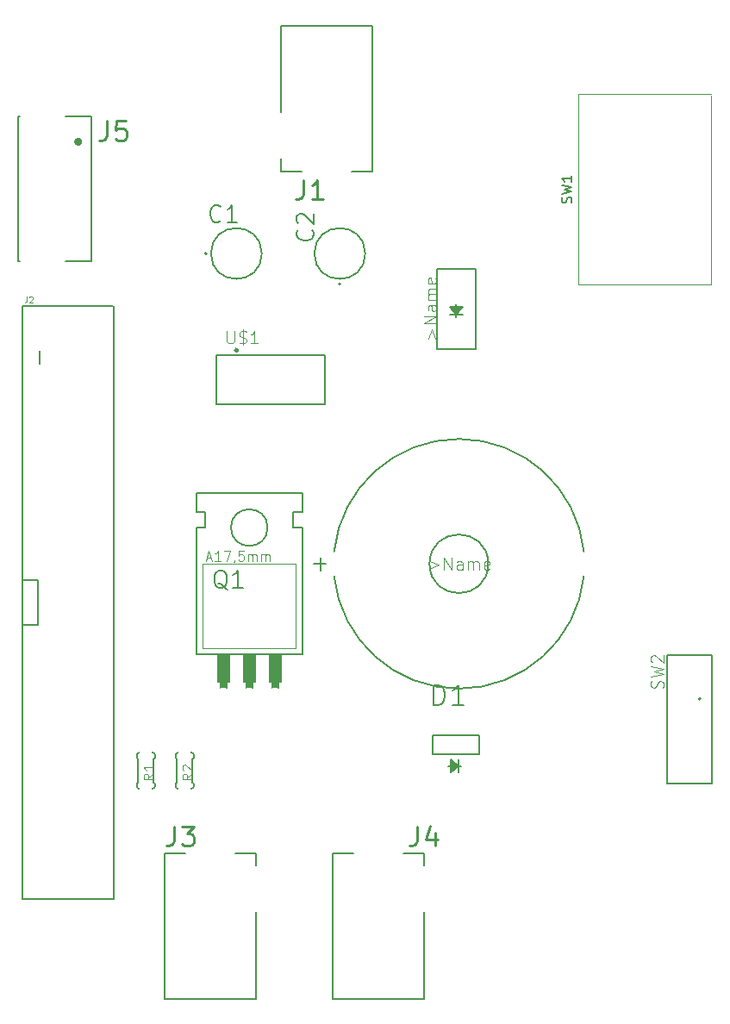
<source format=gto>
G04 #@! TF.GenerationSoftware,KiCad,Pcbnew,(5.1.10)-1*
G04 #@! TF.CreationDate,2021-12-02T21:28:18-06:00*
G04 #@! TF.ProjectId,Kitty_Cannon_Schematic,4b697474-795f-4436-916e-6e6f6e5f5363,rev?*
G04 #@! TF.SameCoordinates,Original*
G04 #@! TF.FileFunction,Legend,Top*
G04 #@! TF.FilePolarity,Positive*
%FSLAX46Y46*%
G04 Gerber Fmt 4.6, Leading zero omitted, Abs format (unit mm)*
G04 Created by KiCad (PCBNEW (5.1.10)-1) date 2021-12-02 21:28:18*
%MOMM*%
%LPD*%
G01*
G04 APERTURE LIST*
%ADD10C,0.200000*%
%ADD11C,0.152400*%
%ADD12C,0.127000*%
%ADD13C,0.050800*%
%ADD14C,0.100000*%
%ADD15C,0.400000*%
%ADD16C,0.300000*%
%ADD17C,0.203200*%
%ADD18C,0.120000*%
%ADD19C,0.251068*%
%ADD20C,0.198073*%
%ADD21C,0.076200*%
%ADD22C,0.135128*%
%ADD23C,0.094107*%
%ADD24C,0.168910*%
%ADD25C,0.101600*%
%ADD26C,0.096520*%
%ADD27C,0.251324*%
%ADD28C,0.115824*%
%ADD29C,0.150000*%
%ADD30R,4.500000X2.000000*%
%ADD31R,2.000000X4.500000*%
%ADD32C,3.000000*%
%ADD33C,2.453200*%
%ADD34C,2.235200*%
%ADD35C,1.323200*%
%ADD36C,1.524000*%
%ADD37C,3.302000*%
%ADD38O,1.879600X3.556000*%
%ADD39C,4.203200*%
%ADD40C,1.803200*%
%ADD41C,1.473200*%
%ADD42O,1.473200X2.743200*%
%ADD43C,2.082800*%
G04 APERTURE END LIST*
D10*
X142731100Y-71513600D02*
X142731100Y-70263600D01*
X144781100Y-71513600D02*
X142731100Y-71513600D01*
X142731100Y-57213600D02*
X142731100Y-65763600D01*
X151731100Y-57213600D02*
X142731100Y-57213600D01*
X151731100Y-71513600D02*
X151731100Y-57213600D01*
X149681100Y-71513600D02*
X151731100Y-71513600D01*
X140301100Y-138493600D02*
X140301100Y-139743600D01*
X138251100Y-138493600D02*
X140301100Y-138493600D01*
X140301100Y-152793600D02*
X140301100Y-144243600D01*
X131301100Y-152793600D02*
X140301100Y-152793600D01*
X131301100Y-138493600D02*
X131301100Y-152793600D01*
X133351100Y-138493600D02*
X131301100Y-138493600D01*
X156811100Y-138493600D02*
X156811100Y-139743600D01*
X154761100Y-138493600D02*
X156811100Y-138493600D01*
X156811100Y-152793600D02*
X156811100Y-144243600D01*
X147811100Y-152793600D02*
X156811100Y-152793600D01*
X147811100Y-138493600D02*
X147811100Y-152793600D01*
X149861100Y-138493600D02*
X147811100Y-138493600D01*
D11*
X159118300Y-129971800D02*
X160134300Y-129971800D01*
X160134300Y-129971800D02*
X160388300Y-129971800D01*
X160134300Y-130606800D02*
X160134300Y-129971800D01*
X160134300Y-129971800D02*
X160134300Y-129336800D01*
X160134300Y-129971800D02*
X159372300Y-130606800D01*
X160134300Y-129971800D02*
X159372300Y-130479800D01*
X160134300Y-129971800D02*
X159372300Y-130352800D01*
X160134300Y-129971800D02*
X159372300Y-130225800D01*
X160134300Y-129971800D02*
X159372300Y-130098800D01*
X160134300Y-129971800D02*
X159372300Y-129336800D01*
X160134300Y-129971800D02*
X159372300Y-129463800D01*
X160134300Y-129971800D02*
X159372300Y-129590800D01*
X160134300Y-129971800D02*
X159372300Y-129717800D01*
X160134300Y-129971800D02*
X159372300Y-129844800D01*
X159372300Y-130606800D02*
X159372300Y-129336800D01*
X162217100Y-126898400D02*
X157645100Y-126898400D01*
X157645100Y-126898400D02*
X157645100Y-128828800D01*
X157645100Y-128828800D02*
X162217100Y-128828800D01*
X162217100Y-128828800D02*
X162217100Y-126898400D01*
X145961100Y-110083600D02*
X147154900Y-110083600D01*
X146596100Y-109448600D02*
X146596100Y-110718600D01*
X147942300Y-111302802D02*
G75*
G03*
X172478700Y-111302800I12268200J1289441D01*
G01*
X163080700Y-110083600D02*
G75*
G03*
X157314900Y-110083600I-2882900J0D01*
G01*
X157314900Y-110083600D02*
G75*
G03*
X163080700Y-110083600I2882900J0D01*
G01*
X172478700Y-108864398D02*
G75*
G03*
X147942300Y-108864400I-12268200J-1289441D01*
G01*
D12*
X151001100Y-79603600D02*
G75*
G03*
X151001100Y-79603600I-2500000J0D01*
G01*
D10*
X148601100Y-82603600D02*
G75*
G03*
X148601100Y-82603600I-100000J0D01*
G01*
D12*
X140841100Y-79603600D02*
G75*
G03*
X140841100Y-79603600I-2500000J0D01*
G01*
D10*
X135441100Y-79603600D02*
G75*
G03*
X135441100Y-79603600I-100000J0D01*
G01*
D11*
X134150100Y-128879600D02*
X134150100Y-129133600D01*
X134023100Y-129260600D02*
X134150100Y-129133600D01*
X132372100Y-128879600D02*
X132372100Y-129133600D01*
X132499100Y-129260600D02*
X132372100Y-129133600D01*
X134023100Y-131546600D02*
X134150100Y-131673600D01*
X134023100Y-131546600D02*
X134023100Y-129260600D01*
X132499100Y-131546600D02*
X132372100Y-131673600D01*
X132499100Y-131546600D02*
X132499100Y-129260600D01*
X134150100Y-131927600D02*
X134150100Y-131673600D01*
X132372100Y-131927600D02*
X132372100Y-131673600D01*
X133896100Y-132181600D02*
G75*
G03*
X134150100Y-131927600I0J254000D01*
G01*
X132626100Y-132181600D02*
G75*
G02*
X132372100Y-131927600I0J254000D01*
G01*
X132372100Y-128879600D02*
G75*
G02*
X132626100Y-128625600I254000J0D01*
G01*
X134150100Y-128879600D02*
G75*
G03*
X133896100Y-128625600I-254000J0D01*
G01*
X130340100Y-128879600D02*
X130340100Y-129133600D01*
X130213100Y-129260600D02*
X130340100Y-129133600D01*
X128562100Y-128879600D02*
X128562100Y-129133600D01*
X128689100Y-129260600D02*
X128562100Y-129133600D01*
X130213100Y-131546600D02*
X130340100Y-131673600D01*
X130213100Y-131546600D02*
X130213100Y-129260600D01*
X128689100Y-131546600D02*
X128562100Y-131673600D01*
X128689100Y-131546600D02*
X128689100Y-129260600D01*
X130340100Y-131927600D02*
X130340100Y-131673600D01*
X128562100Y-131927600D02*
X128562100Y-131673600D01*
X130086100Y-132181600D02*
G75*
G03*
X130340100Y-131927600I0J254000D01*
G01*
X128816100Y-132181600D02*
G75*
G02*
X128562100Y-131927600I0J254000D01*
G01*
X128562100Y-128879600D02*
G75*
G02*
X128816100Y-128625600I254000J0D01*
G01*
X130340100Y-128879600D02*
G75*
G03*
X130086100Y-128625600I-254000J0D01*
G01*
X134404100Y-118973600D02*
X144818100Y-118973600D01*
X144818100Y-103098600D02*
X134404100Y-103098600D01*
X144818100Y-118973600D02*
X144818100Y-106527600D01*
X144818100Y-106527600D02*
X143929100Y-106527600D01*
X143929100Y-106527600D02*
X143929100Y-105003600D01*
X143929100Y-105003600D02*
X144818100Y-105003600D01*
X144818100Y-105003600D02*
X144818100Y-103098600D01*
X134404100Y-118973600D02*
X134404100Y-106527600D01*
X134404100Y-106527600D02*
X135293100Y-106527600D01*
X135293100Y-106527600D02*
X135293100Y-105003600D01*
X135293100Y-105003600D02*
X134404100Y-105003600D01*
X134404100Y-105003600D02*
X134404100Y-103098600D01*
D13*
X135039100Y-118338600D02*
X144183100Y-118338600D01*
X144183100Y-110083600D02*
X144183100Y-118338600D01*
X144183100Y-110083600D02*
X135039100Y-110083600D01*
X135039100Y-118338600D02*
X135039100Y-110083600D01*
D11*
X141414500Y-106527600D02*
G75*
G03*
X141414500Y-106527600I-1803400J0D01*
G01*
D14*
G36*
X141770100Y-122402600D02*
G01*
X142532100Y-122402600D01*
X142532100Y-121767600D01*
X141770100Y-121767600D01*
X141770100Y-122402600D01*
G37*
G36*
X139230100Y-122402600D02*
G01*
X139992100Y-122402600D01*
X139992100Y-121767600D01*
X139230100Y-121767600D01*
X139230100Y-122402600D01*
G37*
G36*
X136690100Y-122402600D02*
G01*
X137452100Y-122402600D01*
X137452100Y-121767600D01*
X136690100Y-121767600D01*
X136690100Y-122402600D01*
G37*
G36*
X136436100Y-121767600D02*
G01*
X137706100Y-121767600D01*
X137706100Y-118973600D01*
X136436100Y-118973600D01*
X136436100Y-121767600D01*
G37*
G36*
X138976100Y-121767600D02*
G01*
X140246100Y-121767600D01*
X140246100Y-118973600D01*
X138976100Y-118973600D01*
X138976100Y-121767600D01*
G37*
G36*
X141516100Y-121767600D02*
G01*
X142786100Y-121767600D01*
X142786100Y-118973600D01*
X141516100Y-118973600D01*
X141516100Y-121767600D01*
G37*
D12*
X180646980Y-131646460D02*
X180646980Y-119046460D01*
X180646980Y-119046460D02*
X185046980Y-119046460D01*
X185046980Y-119046460D02*
X185046980Y-131646460D01*
X185046980Y-131646460D02*
X180646980Y-131646460D01*
X183946980Y-123346460D02*
G75*
G03*
X183946980Y-123346460I-100000J0D01*
G01*
D15*
X122989740Y-68630800D02*
G75*
G03*
X122989740Y-68630800I-193440J0D01*
G01*
D10*
X116928900Y-66141600D02*
X116928900Y-80365600D01*
X116928900Y-80365600D02*
X117030500Y-80365600D01*
X116928900Y-66141600D02*
X117030500Y-66141600D01*
X124066300Y-66141600D02*
X124066300Y-80365600D01*
X121577100Y-80365600D02*
X124066300Y-80365600D01*
X121577100Y-66141600D02*
X124066300Y-66141600D01*
D11*
X159931100Y-84607400D02*
X159931100Y-85623400D01*
X159931100Y-85623400D02*
X159931100Y-85877400D01*
X159296100Y-85623400D02*
X159931100Y-85623400D01*
X159931100Y-85623400D02*
X160566100Y-85623400D01*
X159931100Y-85623400D02*
X159296100Y-84861400D01*
X159931100Y-85623400D02*
X159423100Y-84861400D01*
X159931100Y-85623400D02*
X159550100Y-84861400D01*
X159931100Y-85623400D02*
X159677100Y-84861400D01*
X159931100Y-85623400D02*
X159804100Y-84861400D01*
X159931100Y-85623400D02*
X160566100Y-84861400D01*
X159931100Y-85623400D02*
X160439100Y-84861400D01*
X159931100Y-85623400D02*
X160312100Y-84861400D01*
X159931100Y-85623400D02*
X160185100Y-84861400D01*
X159931100Y-85623400D02*
X160058100Y-84861400D01*
X159296100Y-84861400D02*
X160566100Y-84861400D01*
X161836100Y-88976200D02*
X161836100Y-81102200D01*
X161836100Y-81102200D02*
X158026100Y-81102200D01*
X158026100Y-81102200D02*
X158026100Y-88976200D01*
X158026100Y-88976200D02*
X161836100Y-88976200D01*
D12*
X136411100Y-89553600D02*
X136411100Y-94373600D01*
X136411100Y-94373600D02*
X147071100Y-94373600D01*
X147071100Y-94373600D02*
X147071100Y-89553600D01*
X147071100Y-89553600D02*
X136411100Y-89553600D01*
D16*
X138441100Y-89093600D02*
G75*
G03*
X138441100Y-89093600I-100000J0D01*
G01*
D17*
X119056100Y-89128600D02*
X119056100Y-90398600D01*
X126331100Y-84743600D02*
X126331100Y-143043600D01*
X117331100Y-143043600D02*
X117331100Y-84743600D01*
X117331100Y-84743600D02*
X126231100Y-84743600D01*
X126331100Y-143043600D02*
X117331100Y-143043600D01*
X117331100Y-111693600D02*
X118831100Y-111693600D01*
X118831100Y-116093600D02*
X117331100Y-116093600D01*
X118831100Y-111693600D02*
X118831100Y-116093600D01*
D18*
X184950240Y-63949320D02*
X171950240Y-63949320D01*
X171950240Y-63949320D02*
X171950240Y-82649320D01*
X184950240Y-82649320D02*
X171950240Y-82649320D01*
X184950240Y-64064320D02*
X184950240Y-82649320D01*
D19*
X144923723Y-72366750D02*
X144923723Y-73746245D01*
X144831757Y-74022144D01*
X144647824Y-74206077D01*
X144371925Y-74298043D01*
X144187993Y-74298043D01*
X146855016Y-74298043D02*
X145751420Y-74298043D01*
X146303218Y-74298043D02*
X146303218Y-72366750D01*
X146119286Y-72642649D01*
X145935353Y-72826582D01*
X145751420Y-72918548D01*
X132223723Y-135866750D02*
X132223723Y-137246245D01*
X132131757Y-137522144D01*
X131947824Y-137706077D01*
X131671925Y-137798043D01*
X131487993Y-137798043D01*
X132959454Y-135866750D02*
X134155016Y-135866750D01*
X133511252Y-136602481D01*
X133787151Y-136602481D01*
X133971084Y-136694447D01*
X134063050Y-136786414D01*
X134155016Y-136970346D01*
X134155016Y-137430178D01*
X134063050Y-137614111D01*
X133971084Y-137706077D01*
X133787151Y-137798043D01*
X133235353Y-137798043D01*
X133051420Y-137706077D01*
X132959454Y-137614111D01*
X156114823Y-135866750D02*
X156114823Y-137246245D01*
X156022857Y-137522144D01*
X155838924Y-137706077D01*
X155563025Y-137798043D01*
X155379093Y-137798043D01*
X157862184Y-136510515D02*
X157862184Y-137798043D01*
X157402352Y-135774784D02*
X156942520Y-137154279D01*
X158138083Y-137154279D01*
D20*
X157676813Y-123959279D02*
X157676813Y-121978548D01*
X158148416Y-121978548D01*
X158431377Y-122072869D01*
X158620018Y-122261510D01*
X158714339Y-122450151D01*
X158808659Y-122827433D01*
X158808659Y-123110394D01*
X158714339Y-123487676D01*
X158620018Y-123676317D01*
X158431377Y-123864958D01*
X158148416Y-123959279D01*
X157676813Y-123959279D01*
X160695070Y-123959279D02*
X159563224Y-123959279D01*
X160129147Y-123959279D02*
X160129147Y-121978548D01*
X159940506Y-122261510D01*
X159751865Y-122450151D01*
X159563224Y-122544471D01*
D21*
X157270691Y-109856814D02*
X158189930Y-110201528D01*
X157270691Y-110546242D01*
X158764453Y-110661147D02*
X158764453Y-109454647D01*
X159453882Y-110661147D01*
X159453882Y-109454647D01*
X160545477Y-110661147D02*
X160545477Y-110029171D01*
X160488025Y-109914266D01*
X160373120Y-109856814D01*
X160143310Y-109856814D01*
X160028406Y-109914266D01*
X160545477Y-110603695D02*
X160430572Y-110661147D01*
X160143310Y-110661147D01*
X160028406Y-110603695D01*
X159970953Y-110488790D01*
X159970953Y-110373885D01*
X160028406Y-110258980D01*
X160143310Y-110201528D01*
X160430572Y-110201528D01*
X160545477Y-110144076D01*
X161120001Y-110661147D02*
X161120001Y-109856814D01*
X161120001Y-109971719D02*
X161177453Y-109914266D01*
X161292358Y-109856814D01*
X161464715Y-109856814D01*
X161579620Y-109914266D01*
X161637072Y-110029171D01*
X161637072Y-110661147D01*
X161637072Y-110029171D02*
X161694525Y-109914266D01*
X161809430Y-109856814D01*
X161981787Y-109856814D01*
X162096691Y-109914266D01*
X162154144Y-110029171D01*
X162154144Y-110661147D01*
X163188287Y-110603695D02*
X163073382Y-110661147D01*
X162843572Y-110661147D01*
X162728668Y-110603695D01*
X162671215Y-110488790D01*
X162671215Y-110029171D01*
X162728668Y-109914266D01*
X162843572Y-109856814D01*
X163073382Y-109856814D01*
X163188287Y-109914266D01*
X163245739Y-110029171D01*
X163245739Y-110144076D01*
X162671215Y-110258980D01*
D22*
X145808700Y-77284800D02*
X145889133Y-77365233D01*
X145969566Y-77606533D01*
X145969566Y-77767400D01*
X145889133Y-78008700D01*
X145728266Y-78169566D01*
X145567400Y-78250000D01*
X145245666Y-78330433D01*
X145004366Y-78330433D01*
X144682633Y-78250000D01*
X144521766Y-78169566D01*
X144360900Y-78008700D01*
X144280466Y-77767400D01*
X144280466Y-77606533D01*
X144360900Y-77365233D01*
X144441333Y-77284800D01*
X144441333Y-76641333D02*
X144360900Y-76560900D01*
X144280466Y-76400033D01*
X144280466Y-75997866D01*
X144360900Y-75837000D01*
X144441333Y-75756566D01*
X144602200Y-75676133D01*
X144763066Y-75676133D01*
X145004366Y-75756566D01*
X145969566Y-76721766D01*
X145969566Y-75676133D01*
X136796299Y-76362300D02*
X136715866Y-76442733D01*
X136474566Y-76523166D01*
X136313699Y-76523166D01*
X136072399Y-76442733D01*
X135911533Y-76281866D01*
X135831099Y-76121000D01*
X135750666Y-75799266D01*
X135750666Y-75557966D01*
X135831099Y-75236233D01*
X135911533Y-75075366D01*
X136072399Y-74914500D01*
X136313699Y-74834066D01*
X136474566Y-74834066D01*
X136715866Y-74914500D01*
X136796299Y-74994933D01*
X138404966Y-76523166D02*
X137439766Y-76523166D01*
X137922366Y-76523166D02*
X137922366Y-74834066D01*
X137761499Y-75075366D01*
X137600633Y-75236233D01*
X137439766Y-75316666D01*
D23*
X133978287Y-130723611D02*
X133530158Y-131037301D01*
X133978287Y-131261366D02*
X133037217Y-131261366D01*
X133037217Y-130902863D01*
X133082030Y-130813237D01*
X133126842Y-130768424D01*
X133216468Y-130723611D01*
X133350907Y-130723611D01*
X133440532Y-130768424D01*
X133485345Y-130813237D01*
X133530158Y-130902863D01*
X133530158Y-131261366D01*
X133126842Y-130365109D02*
X133082030Y-130320296D01*
X133037217Y-130230670D01*
X133037217Y-130006606D01*
X133082030Y-129916980D01*
X133126842Y-129872167D01*
X133216468Y-129827354D01*
X133306094Y-129827354D01*
X133440532Y-129872167D01*
X133978287Y-130409921D01*
X133978287Y-129827354D01*
X130168287Y-130723611D02*
X129720158Y-131037301D01*
X130168287Y-131261366D02*
X129227217Y-131261366D01*
X129227217Y-130902863D01*
X129272030Y-130813237D01*
X129316842Y-130768424D01*
X129406468Y-130723611D01*
X129540907Y-130723611D01*
X129630532Y-130768424D01*
X129675345Y-130813237D01*
X129720158Y-130902863D01*
X129720158Y-131261366D01*
X130168287Y-129827354D02*
X130168287Y-130365109D01*
X130168287Y-130096231D02*
X129227217Y-130096231D01*
X129361655Y-130185857D01*
X129451281Y-130275483D01*
X129496094Y-130365109D01*
D24*
X137439124Y-112577033D02*
X137278258Y-112496600D01*
X137117391Y-112335733D01*
X136876091Y-112094433D01*
X136715224Y-112014000D01*
X136554358Y-112014000D01*
X136634791Y-112416166D02*
X136473924Y-112335733D01*
X136313058Y-112174866D01*
X136232624Y-111853133D01*
X136232624Y-111290100D01*
X136313058Y-110968366D01*
X136473924Y-110807500D01*
X136634791Y-110727066D01*
X136956524Y-110727066D01*
X137117391Y-110807500D01*
X137278258Y-110968366D01*
X137358691Y-111290100D01*
X137358691Y-111853133D01*
X137278258Y-112174866D01*
X137117391Y-112335733D01*
X136956524Y-112416166D01*
X136634791Y-112416166D01*
X138967358Y-112416166D02*
X138002158Y-112416166D01*
X138484758Y-112416166D02*
X138484758Y-110727066D01*
X138323891Y-110968366D01*
X138163024Y-111129233D01*
X138002158Y-111209666D01*
D25*
X135415987Y-109507866D02*
X135875606Y-109507866D01*
X135324063Y-109783638D02*
X135645797Y-108818438D01*
X135967530Y-109783638D01*
X136794844Y-109783638D02*
X136243301Y-109783638D01*
X136519073Y-109783638D02*
X136519073Y-108818438D01*
X136427149Y-108956323D01*
X136335225Y-109048247D01*
X136243301Y-109094209D01*
X137116578Y-108818438D02*
X137760044Y-108818438D01*
X137346387Y-109783638D01*
X138173701Y-109737676D02*
X138173701Y-109783638D01*
X138127740Y-109875561D01*
X138081778Y-109921523D01*
X139046978Y-108818438D02*
X138587359Y-108818438D01*
X138541397Y-109278057D01*
X138587359Y-109232095D01*
X138679282Y-109186133D01*
X138909092Y-109186133D01*
X139001016Y-109232095D01*
X139046978Y-109278057D01*
X139092940Y-109369980D01*
X139092940Y-109599790D01*
X139046978Y-109691714D01*
X139001016Y-109737676D01*
X138909092Y-109783638D01*
X138679282Y-109783638D01*
X138587359Y-109737676D01*
X138541397Y-109691714D01*
X139506597Y-109783638D02*
X139506597Y-109140171D01*
X139506597Y-109232095D02*
X139552559Y-109186133D01*
X139644482Y-109140171D01*
X139782368Y-109140171D01*
X139874292Y-109186133D01*
X139920254Y-109278057D01*
X139920254Y-109783638D01*
X139920254Y-109278057D02*
X139966216Y-109186133D01*
X140058140Y-109140171D01*
X140196025Y-109140171D01*
X140287949Y-109186133D01*
X140333911Y-109278057D01*
X140333911Y-109783638D01*
X140793530Y-109783638D02*
X140793530Y-109140171D01*
X140793530Y-109232095D02*
X140839492Y-109186133D01*
X140931416Y-109140171D01*
X141069301Y-109140171D01*
X141161225Y-109186133D01*
X141207187Y-109278057D01*
X141207187Y-109783638D01*
X141207187Y-109278057D02*
X141253149Y-109186133D01*
X141345073Y-109140171D01*
X141482959Y-109140171D01*
X141574882Y-109186133D01*
X141620844Y-109278057D01*
X141620844Y-109783638D01*
D26*
X180225095Y-122277740D02*
X180282547Y-122105383D01*
X180282547Y-121818121D01*
X180225095Y-121703217D01*
X180167642Y-121645764D01*
X180052738Y-121588312D01*
X179937833Y-121588312D01*
X179822928Y-121645764D01*
X179765476Y-121703217D01*
X179708023Y-121818121D01*
X179650571Y-122047931D01*
X179593119Y-122162836D01*
X179535666Y-122220288D01*
X179420761Y-122277740D01*
X179305857Y-122277740D01*
X179190952Y-122220288D01*
X179133500Y-122162836D01*
X179076047Y-122047931D01*
X179076047Y-121760669D01*
X179133500Y-121588312D01*
X179076047Y-121186145D02*
X180282547Y-120898883D01*
X179420761Y-120669074D01*
X180282547Y-120439264D01*
X179076047Y-120152002D01*
X179190952Y-119749836D02*
X179133500Y-119692383D01*
X179076047Y-119577478D01*
X179076047Y-119290217D01*
X179133500Y-119175312D01*
X179190952Y-119117859D01*
X179305857Y-119060407D01*
X179420761Y-119060407D01*
X179593119Y-119117859D01*
X180282547Y-119807288D01*
X180282547Y-119060407D01*
D27*
X125636024Y-66554672D02*
X125636024Y-67935577D01*
X125543963Y-68211758D01*
X125359843Y-68395879D01*
X125083662Y-68487939D01*
X124899541Y-68487939D01*
X127477230Y-66554672D02*
X126556627Y-66554672D01*
X126464567Y-67475276D01*
X126556627Y-67383215D01*
X126740748Y-67291155D01*
X127201049Y-67291155D01*
X127385170Y-67383215D01*
X127477230Y-67475276D01*
X127569291Y-67659396D01*
X127569291Y-68119698D01*
X127477230Y-68303819D01*
X127385170Y-68395879D01*
X127201049Y-68487939D01*
X126740748Y-68487939D01*
X126556627Y-68395879D01*
X126464567Y-68303819D01*
D21*
X157164314Y-87979008D02*
X157509028Y-87059770D01*
X157853742Y-87979008D01*
X157968647Y-86485246D02*
X156762147Y-86485246D01*
X157968647Y-85795817D01*
X156762147Y-85795817D01*
X157968647Y-84704222D02*
X157336671Y-84704222D01*
X157221766Y-84761674D01*
X157164314Y-84876579D01*
X157164314Y-85106389D01*
X157221766Y-85221293D01*
X157911195Y-84704222D02*
X157968647Y-84819127D01*
X157968647Y-85106389D01*
X157911195Y-85221293D01*
X157796290Y-85278746D01*
X157681385Y-85278746D01*
X157566480Y-85221293D01*
X157509028Y-85106389D01*
X157509028Y-84819127D01*
X157451576Y-84704222D01*
X157968647Y-84129698D02*
X157164314Y-84129698D01*
X157279219Y-84129698D02*
X157221766Y-84072246D01*
X157164314Y-83957341D01*
X157164314Y-83784984D01*
X157221766Y-83670079D01*
X157336671Y-83612627D01*
X157968647Y-83612627D01*
X157336671Y-83612627D02*
X157221766Y-83555174D01*
X157164314Y-83440270D01*
X157164314Y-83267912D01*
X157221766Y-83153008D01*
X157336671Y-83095555D01*
X157968647Y-83095555D01*
X157911195Y-82061412D02*
X157968647Y-82176317D01*
X157968647Y-82406127D01*
X157911195Y-82521031D01*
X157796290Y-82578484D01*
X157336671Y-82578484D01*
X157221766Y-82521031D01*
X157164314Y-82406127D01*
X157164314Y-82176317D01*
X157221766Y-82061412D01*
X157336671Y-82003960D01*
X157451576Y-82003960D01*
X157566480Y-82578484D01*
D26*
X137421099Y-87229647D02*
X137421099Y-88206338D01*
X137478552Y-88321242D01*
X137536004Y-88378695D01*
X137650909Y-88436147D01*
X137880718Y-88436147D01*
X137995623Y-88378695D01*
X138053076Y-88321242D01*
X138110528Y-88206338D01*
X138110528Y-87229647D01*
X138627599Y-88378695D02*
X138799957Y-88436147D01*
X139087218Y-88436147D01*
X139202123Y-88378695D01*
X139259576Y-88321242D01*
X139317028Y-88206338D01*
X139317028Y-88091433D01*
X139259576Y-87976528D01*
X139202123Y-87919076D01*
X139087218Y-87861623D01*
X138857409Y-87804171D01*
X138742504Y-87746719D01*
X138685052Y-87689266D01*
X138627599Y-87574361D01*
X138627599Y-87459457D01*
X138685052Y-87344552D01*
X138742504Y-87287100D01*
X138857409Y-87229647D01*
X139144671Y-87229647D01*
X139317028Y-87287100D01*
X138972314Y-87057290D02*
X138972314Y-88608504D01*
X140466076Y-88436147D02*
X139776647Y-88436147D01*
X140121361Y-88436147D02*
X140121361Y-87229647D01*
X140006457Y-87402004D01*
X139891552Y-87516909D01*
X139776647Y-87574361D01*
D28*
X117764734Y-83822902D02*
X117764734Y-84236560D01*
X117737157Y-84319291D01*
X117682002Y-84374445D01*
X117599271Y-84402022D01*
X117544117Y-84402022D01*
X118012928Y-83878057D02*
X118040505Y-83850480D01*
X118095659Y-83822902D01*
X118233545Y-83822902D01*
X118288699Y-83850480D01*
X118316277Y-83878057D01*
X118343854Y-83933211D01*
X118343854Y-83988365D01*
X118316277Y-84071097D01*
X117985351Y-84402022D01*
X118343854Y-84402022D01*
D29*
X171235001Y-74632653D02*
X171282620Y-74489796D01*
X171282620Y-74251700D01*
X171235001Y-74156462D01*
X171187382Y-74108843D01*
X171092144Y-74061224D01*
X170996906Y-74061224D01*
X170901668Y-74108843D01*
X170854049Y-74156462D01*
X170806430Y-74251700D01*
X170758811Y-74442177D01*
X170711192Y-74537415D01*
X170663573Y-74585034D01*
X170568335Y-74632653D01*
X170473097Y-74632653D01*
X170377859Y-74585034D01*
X170330240Y-74537415D01*
X170282620Y-74442177D01*
X170282620Y-74204081D01*
X170330240Y-74061224D01*
X170282620Y-73727891D02*
X171282620Y-73489796D01*
X170568335Y-73299320D01*
X171282620Y-73108843D01*
X170282620Y-72870748D01*
X171282620Y-71965986D02*
X171282620Y-72537415D01*
X171282620Y-72251700D02*
X170282620Y-72251700D01*
X170425478Y-72346939D01*
X170520716Y-72442177D01*
X170568335Y-72537415D01*
%LPC*%
D30*
X147231100Y-64613600D03*
D31*
X142431100Y-68013600D03*
D30*
X147231100Y-70913600D03*
X135801100Y-145393600D03*
D31*
X140601100Y-141993600D03*
D30*
X135801100Y-139093600D03*
X152311100Y-145393600D03*
D31*
X157111100Y-141993600D03*
D30*
X152311100Y-139093600D03*
D32*
X170362880Y-139918440D03*
X172262800Y-91008200D03*
X129042160Y-75676760D03*
G36*
G01*
X151084500Y-128988600D02*
X151084500Y-126738600D01*
G75*
G02*
X151186100Y-126637000I101600J0D01*
G01*
X153436100Y-126637000D01*
G75*
G02*
X153537700Y-126738600I0J-101600D01*
G01*
X153537700Y-128988600D01*
G75*
G02*
X153436100Y-129090200I-101600J0D01*
G01*
X151186100Y-129090200D01*
G75*
G02*
X151084500Y-128988600I0J101600D01*
G01*
G37*
D33*
X167551100Y-127863600D03*
D34*
X171894500Y-110083600D03*
X148501100Y-110083600D03*
D35*
X148501100Y-78603600D03*
G36*
G01*
X149061101Y-81265200D02*
X147941099Y-81265200D01*
G75*
G02*
X147839500Y-81163601I0J101599D01*
G01*
X147839500Y-80043599D01*
G75*
G02*
X147941099Y-79942000I101599J0D01*
G01*
X149061101Y-79942000D01*
G75*
G02*
X149162700Y-80043599I0J-101599D01*
G01*
X149162700Y-81163601D01*
G75*
G02*
X149061101Y-81265200I-101599J0D01*
G01*
G37*
X139341100Y-79603600D03*
G36*
G01*
X136679500Y-80163601D02*
X136679500Y-79043599D01*
G75*
G02*
X136781099Y-78942000I101599J0D01*
G01*
X137901101Y-78942000D01*
G75*
G02*
X138002700Y-79043599I0J-101599D01*
G01*
X138002700Y-80163601D01*
G75*
G02*
X137901101Y-80265200I-101599J0D01*
G01*
X136781099Y-80265200D01*
G75*
G02*
X136679500Y-80163601I0J101599D01*
G01*
G37*
D36*
X133261100Y-132943600D03*
X133261100Y-127863600D03*
X129451100Y-132943600D03*
X129451100Y-127863600D03*
D37*
X139611100Y-106527600D03*
D38*
X142151100Y-124053600D03*
X139611100Y-124053600D03*
X137071100Y-124053600D03*
G36*
G01*
X181721980Y-120019860D02*
X183971980Y-120019860D01*
G75*
G02*
X184073580Y-120121460I0J-101600D01*
G01*
X184073580Y-122371460D01*
G75*
G02*
X183971980Y-122473060I-101600J0D01*
G01*
X181721980Y-122473060D01*
G75*
G02*
X181620380Y-122371460I0J101600D01*
G01*
X181620380Y-120121460D01*
G75*
G02*
X181721980Y-120019860I101600J0D01*
G01*
G37*
G36*
G01*
X181721980Y-128219860D02*
X183971980Y-128219860D01*
G75*
G02*
X184073580Y-128321460I0J-101600D01*
G01*
X184073580Y-130571460D01*
G75*
G02*
X183971980Y-130673060I-101600J0D01*
G01*
X181721980Y-130673060D01*
G75*
G02*
X181620380Y-130571460I0J101600D01*
G01*
X181620380Y-128321460D01*
G75*
G02*
X181721980Y-128219860I101600J0D01*
G01*
G37*
G36*
G01*
X182192980Y-126590860D02*
X183500980Y-126590860D01*
G75*
G02*
X183602580Y-126692460I0J-101600D01*
G01*
X183602580Y-128000460D01*
G75*
G02*
X183500980Y-128102060I-101600J0D01*
G01*
X182192980Y-128102060D01*
G75*
G02*
X182091380Y-128000460I0J101600D01*
G01*
X182091380Y-126692460D01*
G75*
G02*
X182192980Y-126590860I101600J0D01*
G01*
G37*
G36*
G01*
X182192980Y-122590860D02*
X183500980Y-122590860D01*
G75*
G02*
X183602580Y-122692460I0J-101600D01*
G01*
X183602580Y-124000460D01*
G75*
G02*
X183500980Y-124102060I-101600J0D01*
G01*
X182192980Y-124102060D01*
G75*
G02*
X182091380Y-124000460I0J101600D01*
G01*
X182091380Y-122692460D01*
G75*
G02*
X182192980Y-122590860I101600J0D01*
G01*
G37*
G36*
G01*
X182192980Y-124590860D02*
X183500980Y-124590860D01*
G75*
G02*
X183602580Y-124692460I0J-101600D01*
G01*
X183602580Y-126000460D01*
G75*
G02*
X183500980Y-126102060I-101600J0D01*
G01*
X182192980Y-126102060D01*
G75*
G02*
X182091380Y-126000460I0J101600D01*
G01*
X182091380Y-124692460D01*
G75*
G02*
X182192980Y-124590860I101600J0D01*
G01*
G37*
D39*
X119291100Y-79823600D03*
X119291100Y-66683600D03*
D40*
X121691100Y-76753600D03*
X121691100Y-74253600D03*
X121691100Y-72253600D03*
X121691100Y-69753600D03*
D41*
X159931100Y-77774800D03*
G36*
G01*
X160566100Y-93040200D02*
X159296100Y-93040200D01*
G75*
G02*
X159194500Y-92938600I0J101600D01*
G01*
X159194500Y-91668600D01*
G75*
G02*
X159296100Y-91567000I101600J0D01*
G01*
X160566100Y-91567000D01*
G75*
G02*
X160667700Y-91668600I0J-101600D01*
G01*
X160667700Y-92938600D01*
G75*
G02*
X160566100Y-93040200I-101600J0D01*
G01*
G37*
D42*
X145917920Y-92339160D03*
X143865600Y-92313760D03*
X141745100Y-92303600D03*
X139512040Y-92344240D03*
X137320020Y-92293440D03*
D43*
X120561100Y-138023600D03*
X123101100Y-138023600D03*
X120561100Y-135483600D03*
X123101100Y-135483600D03*
X120561100Y-132943600D03*
X123101100Y-132943600D03*
X120561100Y-130403600D03*
X123101100Y-130403600D03*
X120561100Y-127863600D03*
X123101100Y-127863600D03*
X120561100Y-125323600D03*
X123101100Y-125323600D03*
X120561100Y-122783600D03*
X123101100Y-122783600D03*
X120561100Y-120243600D03*
X123101100Y-120243600D03*
X120561100Y-117703600D03*
X123101100Y-117703600D03*
X120561100Y-115163600D03*
X123101100Y-115163600D03*
X120561100Y-112623600D03*
X123101100Y-112623600D03*
X120561100Y-110083600D03*
X123101100Y-110083600D03*
X120561100Y-107543600D03*
X123101100Y-107543600D03*
X120561100Y-105003600D03*
X123101100Y-105003600D03*
X120561100Y-102463600D03*
X123101100Y-102463600D03*
X120561100Y-99923600D03*
X123101100Y-99923600D03*
X120561100Y-97383600D03*
X123101100Y-97383600D03*
X120561100Y-94843600D03*
X123101100Y-94843600D03*
X120561100Y-92303600D03*
X123101100Y-92303600D03*
X120561100Y-89763600D03*
X123101100Y-89763600D03*
G36*
G01*
X175575240Y-72049320D02*
X181325240Y-72049320D01*
G75*
G02*
X181950240Y-72674320I0J-625000D01*
G01*
X181950240Y-73924320D01*
G75*
G02*
X181325240Y-74549320I-625000J0D01*
G01*
X175575240Y-74549320D01*
G75*
G02*
X174950240Y-73924320I0J625000D01*
G01*
X174950240Y-72674320D01*
G75*
G02*
X175575240Y-72049320I625000J0D01*
G01*
G37*
G36*
G01*
X175575240Y-79149320D02*
X181325240Y-79149320D01*
G75*
G02*
X181950240Y-79774320I0J-625000D01*
G01*
X181950240Y-81024320D01*
G75*
G02*
X181325240Y-81649320I-625000J0D01*
G01*
X175575240Y-81649320D01*
G75*
G02*
X174950240Y-81024320I0J625000D01*
G01*
X174950240Y-79774320D01*
G75*
G02*
X175575240Y-79149320I625000J0D01*
G01*
G37*
M02*

</source>
